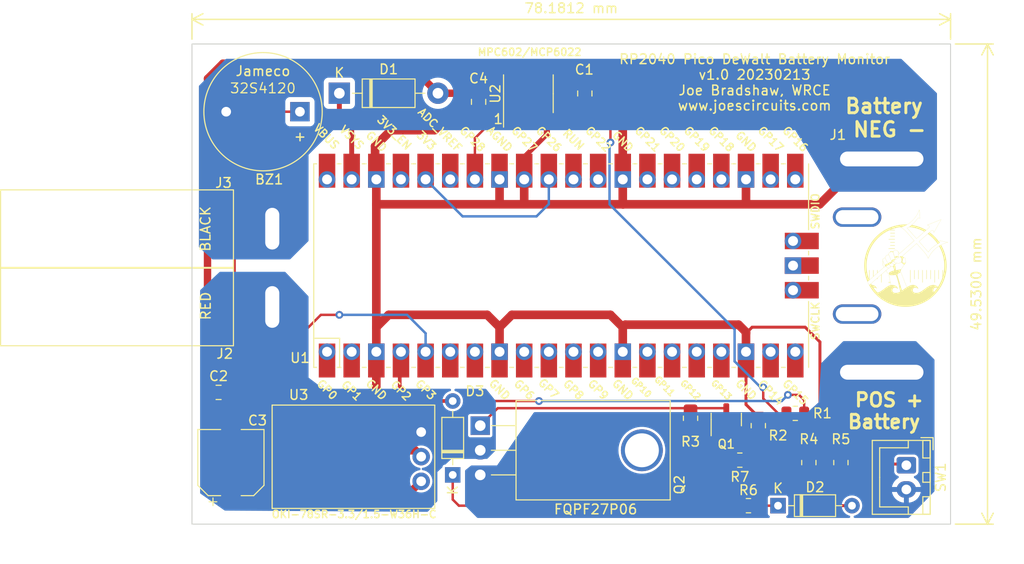
<source format=kicad_pcb>
(kicad_pcb (version 20211014) (generator pcbnew)
  (title_block (title "WRCE RP2040 Pico DeWalt Battery Monitor") (date "2022-11-01") (rev "1.0") (company "USNA") (comment 1 "J Bradshaw"))
  (layers (0 "F.Cu" signal) (31 "B.Cu" signal) (34 "B.Paste" user) (35 "F.Paste" user) (36 "B.SilkS" user "B.Silkscreen") (37 "F.SilkS" user "F.Silkscreen") (38 "B.Mask" user) (39 "F.Mask" user) (44 "Edge.Cuts" user))
  (net 0 "")
  (net 29 "Earth")
  (net 30 "Net-(C1-Pad1)")
  (net 31 "Net-(D1-Pad1)")
  (net 32 "+3.3V")
  (net 33 "Net-(D2-Pad1)")
  (net 34 "Net-(Q1-Pad3)")
  (net 35 "+24V")
  (net 36 "GPIO2")
  (net 37 "Net-(D2-Pad2)")
  (net 41 "Net-(U1-Pad31)")
  (net 42 "Net-(BZ1-Pad1)")
  (net 43 "Net-(R4-Pad1)")
  (net 44 "VMON")
  (net 45 "Net-(D3-Pad1)")
  (net 46 "VS")
  (footprint "Package_TO_SOT_SMD:SOT-23" (layer "F.Cu") (at 160.274 108.585 90)
    (fp_text reference "Q1" (at -2.54 0 180) (layer "F.SilkS") (effects (font (size 0.889 0.889))))
    (fp_text value "2N3904")
    (pad "1" smd roundrect (at -0.9375 -0.95 90) (size 1.475 0.6) (layers "F.Cu" "F.Paste" "F.Mask") (net 33 "Net-(D2-Pad1)"))
    (pad "2" smd roundrect (at -0.9375 0.95 90) (size 1.475 0.6) (layers "F.Cu" "F.Paste" "F.Mask") (net 29 "Earth"))
    (pad "3" smd roundrect (at 0.9375 0 90) (size 1.475 0.6) (layers "F.Cu" "F.Paste" "F.Mask") (net 34 "Net-(Q1-Pad3)"))
  )
  (footprint "JoesPartFootprints:PowerPole_PCBmount_RA" (layer "F.Cu") (at 113.481 96.9772)
    (fp_text reference "J2" (at -4.896 4.826 unlocked) (layer "F.SilkS"))
    (fp_text value "Conn_01x01")
    (pad "1" thru_hole oval (at 0 0) (size 2.5 5.5) (drill oval 1.45 4.3) (layers *.Cu *.Mask) (net 35 "+24V"))
  )
  (footprint "Resistor_SMD:R_0805_2012Metric" (layer "F.Cu") (at 163.576 109.22 90)
    (fp_text reference "R2" (at -1.016 2.032 180) (layer "F.SilkS"))
    (fp_text value "1M")
    (pad "1" smd roundrect (at -0.9125 0 90) (size 1.025 1.4) (layers "F.Cu" "F.Paste" "F.Mask") (roundrect_rratio 0.243902439) (net 30 "Net-(C1-Pad1)"))
    (pad "2" smd roundrect (at 0.9125 0 90) (size 1.025 1.4) (layers "F.Cu" "F.Paste" "F.Mask") (roundrect_rratio 0.243902439) (net 29 "Earth"))
  )
  (footprint "Diode_THT:D_DO-35_SOD27_P7.62mm_Horizontal" (layer "F.Cu") (at 165.608 117.475)
    (fp_text reference "D2" (at 3.81 -1.905) (layer "F.SilkS"))
    (fp_text value "1N4148")
    (fp_text user "K" (at 0 -1.8) (layer "F.SilkS"))
    (pad "1" thru_hole rect (at 0 0) (size 1.6 1.6) (drill 0.8) (layers *.Cu *.Mask) (net 33 "Net-(D2-Pad1)"))
    (pad "2" thru_hole oval (at 7.62 0) (size 1.6 1.6) (drill 0.8) (layers *.Cu *.Mask) (net 37 "Net-(D2-Pad2)"))
  )
  (footprint "JoesPartFootprints:WRCE_Logo" (layer "F.Cu") (at 178.816 91.948)
    (fp_text reference "REF**" hide)
    (fp_text value "WRCE_Logo")
  )
  (footprint "Capacitor_SMD:C_0805_2012Metric" (layer "F.Cu") (at 134.747 75.819 -90)
    (fp_text reference "C4" (at -2.413 0 180) (layer "F.SilkS"))
    (fp_text value ".1uF")
    (pad "1" smd roundrect (at -0.95 0 270) (size 1 1.45) (layers "F.Cu" "F.Paste" "F.Mask") (net 32 "+3.3V"))
    (pad "2" smd roundrect (at 0.95 0 270) (size 1 1.45) (layers "F.Cu" "F.Paste" "F.Mask") (net 29 "Earth"))
  )
  (footprint "Resistor_SMD:R_0805_2012Metric" (layer "F.Cu") (at 162.56 117.475 180)
    (fp_text reference "R6" (at 0 1.6002) (layer "F.SilkS"))
    (fp_text value "220")
    (pad "1" smd roundrect (at -0.9125 0 180) (size 1.025 1.4) (layers "F.Cu" "F.Paste" "F.Mask") (roundrect_rratio 0.243902439) (net 33 "Net-(D2-Pad1)"))
    (pad "2" smd roundrect (at 0.9125 0 180) (size 1.025 1.4) (layers "F.Cu" "F.Paste" "F.Mask") (roundrect_rratio 0.243902439) (net 45 "Net-(D3-Pad1)"))
  )
  (footprint "Capacitor_SMD:CP_Elec_6.3x5.4_Nichicon" (layer "F.Cu") (at 109.22 113.03 90)
    (fp_text reference "C3" (at 4.3434 2.7432 180) (layer "F.SilkS"))
    (fp_text value "47uF")
    (pad "1" smd roundrect (at -2.7 0 90) (size 3.5 1.6) (layers "F.Cu" "F.Paste" "F.Mask") (roundrect_rratio 0.15625) (net 32 "+3.3V"))
    (pad "2" smd roundrect (at 2.7 0 90) (size 3.5 1.6) (layers "F.Cu" "F.Paste" "F.Mask") (roundrect_rratio 0.15625) (net 29 "Earth"))
  )
  (footprint "Package_SO:SOIC-8_3.9x4.9mm_P1.27mm" (layer "F.Cu") (at 139.8778 74.9808 90)
    (fp_text reference "U2" (at 0 -3.4 90) (layer "F.SilkS"))
    (fp_text value "MCP6022")
    (pad "1" smd roundrect (at -2.475 -1.905 90) (size 1.95 0.6) (layers "F.Cu" "F.Paste" "F.Mask") (net 44 "VMON"))
    (pad "2" smd roundrect (at -2.475 -0.635 90) (size 1.95 0.6) (layers "F.Cu" "F.Paste" "F.Mask") (net 44 "VMON"))
    (pad "3" smd roundrect (at -2.475 0.635 90) (size 1.95 0.6) (layers "F.Cu" "F.Paste" "F.Mask") (net 30 "Net-(C1-Pad1)"))
    (pad "4" smd roundrect (at -2.475 1.905 90) (size 1.95 0.6) (layers "F.Cu" "F.Paste" "F.Mask") (net 29 "Earth"))
    (pad "5" smd roundrect (at 2.475 1.905 90) (size 1.95 0.6) (layers "F.Cu" "F.Paste" "F.Mask") (net 29 "Earth"))
    (pad "6" smd roundrect (at 2.475 0.635 90) (size 1.95 0.6) (layers "F.Cu" "F.Paste" "F.Mask") (net 29 "Earth"))
    (pad "7" smd roundrect (at 2.475 -0.635 90) (size 1.95 0.6) (layers "F.Cu" "F.Paste" "F.Mask"))
    (pad "8" smd roundrect (at 2.475 -1.905 90) (size 1.95 0.6) (layers "F.Cu" "F.Paste" "F.Mask") (net 32 "+3.3V"))
  )
  (footprint "Resistor_SMD:R_0805_2012Metric" (layer "F.Cu") (at 161.671 112.776)
    (fp_text reference "R7" (at 0 1.7272) (layer "F.SilkS"))
    (fp_text value "100K")
    (pad "1" smd roundrect (at -0.9125 0) (size 1.025 1.4) (layers "F.Cu" "F.Paste" "F.Mask") (roundrect_rratio 0.243902439) (net 33 "Net-(D2-Pad1)"))
    (pad "2" smd roundrect (at 0.9125 0) (size 1.025 1.4) (layers "F.Cu" "F.Paste" "F.Mask") (roundrect_rratio 0.243902439) (net 29 "Earth"))
  )
  (footprint "Resistor_SMD:R_0805_2012Metric" (layer "F.Cu") (at 156.591 108.458 90)
    (fp_text reference "R3" (at -2.413 0 180) (layer "F.SilkS"))
    (fp_text value "100K")
    (pad "1" smd roundrect (at -0.9125 0 90) (size 1.025 1.4) (layers "F.Cu" "F.Paste" "F.Mask") (roundrect_rratio 0.243902439) (net 46 "VS"))
    (pad "2" smd roundrect (at 0.9125 0 90) (size 1.025 1.4) (layers "F.Cu" "F.Paste" "F.Mask") (roundrect_rratio 0.243902439) (net 34 "Net-(Q1-Pad3)"))
  )
  (footprint "Resistor_SMD:R_0805_2012Metric" (layer "F.Cu") (at 168.783 113.03 -90)
    (fp_text reference "R4" (at -2.413 0 180) (layer "F.SilkS"))
    (fp_text value "10K")
    (pad "1" smd roundrect (at -0.9125 0 270) (size 1.025 1.4) (layers "F.Cu" "F.Paste" "F.Mask") (roundrect_rratio 0.243902439) (net 43 "Net-(R4-Pad1)"))
    (pad "2" smd roundrect (at 0.9125 0 270) (size 1.025 1.4) (layers "F.Cu" "F.Paste" "F.Mask") (roundrect_rratio 0.243902439) (net 37 "Net-(D2-Pad2)"))
  )
  (footprint "JoesPartFootprints:PowerPole_PCBmount_RA" (layer "F.Cu") (at 113.481 88.9)
    (fp_text reference "J3" (at -5.023 -4.7244 unlocked) (layer "F.SilkS"))
    (fp_text value "Conn_01x01")
    (pad "1" thru_hole oval (at 0 0) (size 2.5 5.5) (drill oval 1.45 4.3) (layers *.Cu *.Mask) (net 29 "Earth"))
  )
  (footprint "Diode_THT:D_DO-41_SOD81_P10.16mm_Horizontal" (layer "F.Cu") (at 120.396 74.93)
    (fp_text reference "D1" (at 5.08 -2.47) (layer "F.SilkS"))
    (fp_text value "1N4001")
    (fp_text user "K" (at 0 -2.1) (layer "F.SilkS"))
    (pad "1" thru_hole rect (at 0 0) (size 2.2 2.2) (drill 1.1) (layers *.Cu *.Mask) (net 31 "Net-(D1-Pad1)"))
    (pad "2" thru_hole oval (at 10.16 0) (size 2.2 2.2) (drill 1.1) (layers *.Cu *.Mask) (net 32 "+3.3V"))
  )
  (footprint "JoesPartFootprints:DeWalt_battery_20V_Footprint" (layer "F.Cu") (at 176.296 103.71 180)
    (fp_text reference "J1" (at 4.521 24.485 unlocked) (layer "F.SilkS"))
    (fp_text value "Conn_01x04_Male")
    (pad "1" thru_hole oval (at 0 0 180) (size 10 3) (drill oval 8.6 1.53) (layers *.Cu *.Mask) (net 46 "VS"))
    (pad "2" thru_hole oval (at 2.54 6 180) (size 5 2) (drill oval 4.4 1.45) (layers *.Cu *.Mask))
    (pad "3" thru_hole oval (at 2.54 16 180) (size 5 2) (drill oval 4.4 1.45) (layers *.Cu *.Mask))
    (pad "4" thru_hole oval (at 0 22 180) (size 10 3) (drill oval 8.6 1.53) (layers *.Cu *.Mask) (net 29 "Earth"))
  )
  (footprint "Resistor_SMD:R_0805_2012Metric" (layer "F.Cu") (at 172.085 113.03 90)
    (fp_text reference "R5" (at 2.413 0 180) (layer "F.SilkS"))
    (fp_text value "220K")
    (pad "1" smd roundrect (at -0.9125 0 90) (size 1.025 1.4) (layers "F.Cu" "F.Paste" "F.Mask") (roundrect_rratio 0.243902439) (net 43 "Net-(R4-Pad1)"))
    (pad "2" smd roundrect (at 0.9125 0 90) (size 1.025 1.4) (layers "F.Cu" "F.Paste" "F.Mask") (roundrect_rratio 0.243902439) (net 29 "Earth"))
  )
  (footprint "MCU_RaspberryPi_and_Boards:RPi_Pico_SMD_TH" (layer "F.Cu") (at 143.256 92.71 90)
    (fp_text reference "U1" (at -9.525 -26.924 180) (layer "F.SilkS"))
    (fp_text value "Pico")
    (fp_text user "GP27" (at 13.054 -3.8 135) (layer "F.SilkS") (effects (font (size 0.8 0.8))))
    (fp_text user "VSYS" (at 13.2 -21.59 135) (layer "F.SilkS") (effects (font (size 0.8 0.8))))
    (fp_text user "GND" (at 12.8 6.35 135) (layer "F.SilkS") (effects (font (size 0.8 0.8))))
    (fp_text user "GND" (at -12.8 19.05 135) (layer "F.SilkS") (effects (font (size 0.8 0.8))))
    (fp_text user "GND" (at -12.8 -19.05 135) (layer "F.SilkS") (effects (font (size 0.8 0.8))))
    (fp_text user "3V3" (at 12.9 -13.9 135) (layer "F.SilkS") (effects (font (size 0.8 0.8))))
    (fp_text user "GP18" (at 13.054 16.51 135) (layer "F.SilkS") (effects (font (size 0.8 0.8))))
    (fp_text user "GP1" (at -12.9 -21.6 135) (layer "F.SilkS") (effects (font (size 0.8 0.8))))
    (fp_text user "GP15" (at -13.054 24.13 135) (layer "F.SilkS") (effects (font (size 0.8 0.8))))
    (fp_text user "VBUS" (at 13.3 -24.2 135) (layer "F.SilkS") (effects (font (size 0.8 0.8))))
    (fp_text user "GP17" (at 13.054 21.59 135) (layer "F.SilkS") (effects (font (size 0.8 0.8))))
    (fp_text user "GND" (at -12.8 6.35 135) (layer "F.SilkS") (effects (font (size 0.8 0.8))))
    (fp_text user "GP21" (at 13.054 8.9 135) (layer "F.SilkS") (effects (font (size 0.8 0.8))))
    (fp_text user "GP16" (at 13.054 24.13 135) (layer "F.SilkS") (effects (font (size 0.8 0.8))))
    (fp_text user "RUN" (at 13 1.27 135) (layer "F.SilkS") (effects (font (size 0.8 0.8))))
    (fp_text user "GP11" (at -12.446 10.668 135) (layer "F.SilkS") (effects (font (size 0.635 0.635))))
    (fp_text user "GP0" (at -12.8 -24.13 135) (layer "F.SilkS") (effects (font (size 0.8 0.8))))
    (fp_text user "GP9" (at -12.8 3.81 135) (layer "F.SilkS") (effects (font (size 0.8 0.8))))
    (fp_text user "GP10" (at -12.573 8.255 135) (layer "F.SilkS") (effects (font (size 0.635 0.635))))
    (fp_text user "GP19" (at 13.054 13.97 135) (layer "F.SilkS") (effects (font (size 0.8 0.8))))
    (fp_text user "3V3_EN" (at 13.7 -17.2 135) (layer "F.SilkS") (effects (font (size 0.8 0.8))))
    (fp_text user "SWCLK" (at -5.7 26.2 90) (layer "F.SilkS") (effects (font (size 0.8 0.8))))
    (fp_text user "GP14" (at -13.1 21.59 135) (layer "F.SilkS") (effects (font (size 0.8 0.8))))
    (fp_text user "ADC_VREF" (at 14 -12.5 135) (layer "F.SilkS") (effects (font (size 0.8 0.8))))
    (fp_text user "GP26" (at 13.054 -1.27 135) (layer "F.SilkS") (effects (font (size 0.8 0.8))))
    (fp_text user "GP3" (at -12.8 -13.97 135) (layer "F.SilkS") (effects (font (size 0.8 0.8))))
    (fp_text user "GND" (at -12.8 -6.35 135) (layer "F.SilkS") (effects (font (size 0.8 0.8))))
    (fp_text user "GP8" (at -12.8 1.27 135) (layer "F.SilkS") (effects (font (size 0.8 0.8))))
    (fp_text user "GP2" (at -12.9 -16.51 135) (layer "F.SilkS") (effects (font (size 0.8 0.8))))
    (fp_text user "GP12" (at -12.827 13.335 135) (layer "F.SilkS") (effects (font (size 0.635 0.635))))
    (fp_text user "GP6" (at -12.8 -3.81 135) (layer "F.SilkS") (effects (font (size 0.8 0.8))))
    (fp_text user "GP22" (at 13.054 3.81 135) (layer "F.SilkS") (effects (font (size 0.8 0.8))))
    (fp_text user "SWDIO" (at 5.6 26.2 90) (layer "F.SilkS") (effects (font (size 0.8 0.8))))
    (fp_text user "GND" (at 12.8 19.05 135) (layer "F.SilkS") (effects (font (size 0.8 0.8))))
    (fp_text user "AGND" (at 13.054 -6.35 135) (layer "F.SilkS") (effects (font (size 0.8 0.8))))
    (fp_text user "GP7" (at -12.7 -1.3 135) (layer "F.SilkS") (effects (font (size 0.8 0.8))))
    (fp_text user "GP20" (at 13.054 11.43 135) (layer "F.SilkS") (effects (font (size 0.8 0.8))))
    (fp_text user "GP28" (at 13.054 -9.144 135) (layer "F.SilkS") (effects (font (size 0.8 0.8))))
    (fp_text user "GP13" (at -12.827 16.51 135) (layer "F.SilkS") (effects (font (size 0.635 0.635))))
    (fp_text user "GND" (at 12.8 -19.05 135) (layer "F.SilkS") (effects (font (size 0.8 0.8))))
    (pad "" np_thru_hole oval (at -2.725 -24 90) (size 1.8 1.8) (drill 1.8) (layers *.Cu *.Mask))
    (pad "" np_thru_hole oval (at -2.425 -20.97 90) (size 1.5 1.5) (drill 1.5) (layers *.Cu *.Mask))
    (pad "" np_thru_hole oval (at 2.725 -24 90) (size 1.8 1.8) (drill 1.8) (layers *.Cu *.Mask))
    (pad "" np_thru_hole oval (at 2.425 -20.97 90) (size 1.5 1.5) (drill 1.5) (layers *.Cu *.Mask))
    (pad "1" smd rect (at -8.89 -24.13 90) (size 3.5 1.7) (drill (offset -0.9 0)) (layers "F.Cu" "F.Mask"))
    (pad "1" thru_hole oval (at -8.89 -24.13 90) (size 1.7 1.7) (drill 1.02) (layers *.Cu *.Mask))
    (pad "2" thru_hole oval (at -8.89 -21.59 90) (size 1.7 1.7) (drill 1.02) (layers *.Cu *.Mask))
    (pad "2" smd rect (at -8.89 -21.59 90) (size 3.5 1.7) (drill (offset -0.9 0)) (layers "F.Cu" "F.Mask"))
    (pad "3" thru_hole rect (at -8.89 -19.05 90) (size 1.7 1.7) (drill 1.02) (layers *.Cu *.Mask) (net 29 "Earth"))
    (pad "3" smd rect (at -8.89 -19.05 90) (size 3.5 1.7) (drill (offset -0.9 0)) (layers "F.Cu" "F.Mask") (net 29 "Earth"))
    (pad "4" smd rect (at -8.89 -16.51 90) (size 3.5 1.7) (drill (offset -0.9 0)) (layers "F.Cu" "F.Mask") (net 36 "GPIO2"))
    (pad "4" thru_hole oval (at -8.89 -16.51 90) (size 1.7 1.7) (drill 1.02) (layers *.Cu *.Mask) (net 36 "GPIO2"))
    (pad "5" smd rect (at -8.89 -13.97 90) (size 3.5 1.7) (drill (offset -0.9 0)) (layers "F.Cu" "F.Mask") (net 42 "Net-(BZ1-Pad1)"))
    (pad "5" thru_hole oval (at -8.89 -13.97 90) (size 1.7 1.7) (drill 1.02) (layers *.Cu *.Mask) (net 42 "Net-(BZ1-Pad1)"))
    (pad "6" thru_hole oval (at -8.89 -11.43 90) (size 1.7 1.7) (drill 1.02) (layers *.Cu *.Mask))
    (pad "6" smd rect (at -8.89 -11.43 90) (size 3.5 1.7) (drill (offset -0.9 0)) (layers "F.Cu" "F.Mask"))
    (pad "7" thru_hole oval (at -8.89 -8.89 90) (size 1.7 1.7) (drill 1.02) (layers *.Cu *.Mask))
    (pad "7" smd rect (at -8.89 -8.89 90) (size 3.5 1.7) (drill (offset -0.9 0)) (layers "F.Cu" "F.Mask"))
    (pad "8" smd rect (at -8.89 -6.35 90) (size 3.5 1.7) (drill (offset -0.9 0)) (layers "F.Cu" "F.Mask") (net 29 "Earth"))
    (pad "8" thru_hole rect (at -8.89 -6.35 90) (size 1.7 1.7) (drill 1.02) (layers *.Cu *.Mask) (net 29 "Earth"))
    (pad "9" thru_hole oval (at -8.89 -3.81 90) (size 1.7 1.7) (drill 1.02) (layers *.Cu *.Mask))
    (pad "9" smd rect (at -8.89 -3.81 90) (size 3.5 1.7) (drill (offset -0.9 0)) (layers "F.Cu" "F.Mask"))
    (pad "10" smd rect (at -8.89 -1.27 90) (size 3.5 1.7) (drill (offset -0.9 0)) (layers "F.Cu" "F.Mask"))
    (pad "10" thru_hole oval (at -8.89 -1.27 90) (size 1.7 1.7) (drill 1.02) (layers *.Cu *.Mask))
    (pad "11" smd rect (at -8.89 1.27 90) (size 3.5 1.7) (drill (offset -0.9 0)) (layers "F.Cu" "F.Mask"))
    (pad "11" thru_hole oval (at -8.89 1.27 90) (size 1.7 1.7) (drill 1.02) (layers *.Cu *.Mask))
    (pad "12" thru_hole oval (at -8.89 3.81 90) (size 1.7 1.7) (drill 1.02) (layers *.Cu *.Mask))
    (pad "12" smd rect (at -8.89 3.81 90) (size 3.5 1.7) (drill (offset -0.9 0)) (layers "F.Cu" "F.Mask"))
    (pad "13" thru_hole rect (at -8.89 6.35 90) (size 1.7 1.7) (drill 1.02) (layers *.Cu *.Mask) (net 29 "Earth"))
    (pad "13" smd rect (at -8.89 6.35 90) (size 3.5 1.7) (drill (offset -0.9 0)) (layers "F.Cu" "F.Mask") (net 29 "Earth"))
    (pad "14" smd rect (at -8.89 8.89 90) (size 3.5 1.7) (drill (offset -0.9 0)) (layers "F.Cu" "F.Mask"))
    (pad "14" thru_hole oval (at -8.89 8.89 90) (size 1.7 1.7) (drill 1.02) (layers *.Cu *.Mask))
    (pad "15" smd rect (at -8.89 11.43 90) (size 3.5 1.7) (drill (offset -0.9 0)) (layers "F.Cu" "F.Mask"))
    (pad "15" thru_hole oval (at -8.89 11.43 90) (size 1.7 1.7) (drill 1.02) (layers *.Cu *.Mask))
    (pad "16" thru_hole oval (at -8.89 13.97 90) (size 1.7 1.7) (drill 1.02) (layers *.Cu *.Mask))
    (pad "16" smd rect (at -8.89 13.97 90) (size 3.5 1.7) (drill (offset -0.9 0)) (layers "F.Cu" "F.Mask"))
    (pad "17" smd rect (at -8.89 16.51 90) (size 3.5 1.7) (drill (offset -0.9 0)) (layers "F.Cu" "F.Mask"))
    (pad "17" thru_hole oval (at -8.89 16.51 90) (size 1.7 1.7) (drill 1.02) (layers *.Cu *.Mask))
    (pad "18" smd rect (at -8.89 19.05 90) (size 3.5 1.7) (drill (offset -0.9 0)) (layers "F.Cu" "F.Mask") (net 29 "Earth"))
    (pad "18" thru_hole rect (at -8.89 19.05 90) (size 1.7 1.7) (drill 1.02) (layers *.Cu *.Mask) (net 29 "Earth"))
    (pad "19" smd rect (at -8.89 21.59 90) (size 3.5 1.7) (drill (offset -0.9 0)) (layers "F.Cu" "F.Mask"))
    (pad "19" thru_hole oval (at -8.89 21.59 90) (size 1.7 1.7) (drill 1.02) (layers *.Cu *.Mask))
    (pad "20" smd rect (at -8.89 24.13 90) (size 3.5 1.7) (drill (offset -0.9 0)) (layers "F.Cu" "F.Mask"))
    (pad "20" thru_hole oval (at -8.89 24.13 90) (size 1.7 1.7) (drill 1.02) (layers *.Cu *.Mask))
    (pad "21" smd rect (at 8.89 24.13 90) (size 3.5 1.7) (drill (offset 0.9 0)) (layers "F.Cu" "F.Mask"))
    (pad "21" thru_hole oval (at 8.89 24.13 90) (size 1.7 1.7) (drill 1.02) (layers *.Cu *.Mask))
    (pad "22" smd rect (at 8.89 21.59 90) (size 3.5 1.7) (drill (offset 0.9 0)) (layers "F.Cu" "F.Mask"))
    (pad "22" thru_hole oval (at 8.89 21.59 90) (size 1.7 1.7) (drill 1.02) (layers *.Cu *.Mask))
    (pad "23" smd rect (at 8.89 19.05 90) (size 3.5 1.7) (drill (offset 0.9 0)) (layers "F.Cu" "F.Mask") (net 29 "Earth"))
    (pad "23" thru_hole rect (at 8.89 19.05 90) (size 1.7 1.7) (drill 1.02) (layers *.Cu *.Mask) (net 29 "Earth"))
    (pad "24" smd rect (at 8.89 16.51 90) (size 3.5 1.7) (drill (offset 0.9 0)) (layers "F.Cu" "F.Mask"))
    (pad "24" thru_hole oval (at 8.89 16.51 90) (size 1.7 1.7) (drill 1.02) (layers *.Cu *.Mask))
    (pad "25" smd rect (at 8.89 13.97 90) (size 3.5 1.7) (drill (offset 0.9 0)) (layers "F.Cu" "F.Mask"))
    (pad "25" thru_hole oval (at 8.89 13.97 90) (size 1.7 1.7) (drill 1.02) (layers *.Cu *.Mask))
    (pad "26" smd rect (at 8.89 11.43 90) (size 3.5 1.7) (drill (offset 0.9 0)) (layers "F.Cu" "F.Mask"))
    (pad "26" thru_hole oval (at 8.89 11.43 90) (size 1.7 1.7) (drill 1.02) (layers *.Cu *.Mask))
    (pad "27" smd rect (at 8.89 8.89 90) (size 3.5 1.7) (drill (offset 0.9 0)) (layers "F.Cu" "F.Mask"))
    (pad "27" thru_hole oval (at 8.89 8.89 90) (size 1.7 1.7) (drill 1.02) (layers *.Cu *.Mask))
    (pad "28" thru_hole rect (at 8.89 6.35 90) (size 1.7 1.7) (drill 1.02) (layers *.Cu *.Mask) (net 29 "Earth"))
    (pad "28" smd rect (at 8.89 6.35 90) (size 3.5 1.7) (drill (offset 0.9 0)) (layers "F.Cu" "F.Mask") (net 29 "Earth"))
    (pad "29" thru_hole oval (at 8.89 3.81 90) (size 1.7 1.7) (drill 1.02) (layers *.Cu *.Mask))
    (pad "29" smd rect (at 8.89 3.81 90) (size 3.5 1.7) (drill (offset 0.9 0)) (layers "F.Cu" "F.Mask"))
    (pad "30" thru_hole oval (at 8.89 1.27 90) (size 1.7 1.7) (drill 1.02) (layers *.Cu *.Mask))
    (pad "30" smd rect (at 8.89 1.27 90) (size 3.5 1.7) (drill (offset 0.9 0)) (layers "F.Cu" "F.Mask"))
    (pad "31" thru_hole oval (at 8.89 -1.27 90) (size 1.7 1.7) (drill 1.02) (layers *.Cu *.Mask) (net 41 "Net-(U1-Pad31)"))
    (pad "31" smd rect (at 8.89 -1.27 90) (size 3.5 1.7) (drill (offset 0.9 0)) (layers "F.Cu" "F.Mask") (net 41 "Net-(U1-Pad31)"))
    (pad "32" thru_hole oval (at 8.89 -3.81 90) (size 1.7 1.7) (drill 1.02) (layers *.Cu *.Mask) (net 29 "Earth"))
    (pad "32" smd rect (at 8.89 -3.81 90) (size 3.5 1.7) (drill (offset 0.9 0)) (layers "F.Cu" "F.Mask") (net 29 "Earth"))
    (pad "33" smd rect (at 8.89 -6.35 90) (size 3.5 1.7) (drill (offset 0.9 0)) (layers "F.Cu" "F.Mask") (net 29 "Earth"))
    (pad "33" thru_hole rect (at 8.89 -6.35 90) (size 1.7 1.7) (drill 1.02) (layers *.Cu *.Mask) (net 29 "Earth"))
    (pad "34" thru_hole oval (at 8.89 -8.89 90) (size 1.7 1.7) (drill 1.02) (layers *.Cu *.Mask) (net 44 "VMON"))
    (pad "34" smd rect (at 8.89 -8.89 90) (size 3.5 1.7) (drill (offset 0.9 0)) (layers "F.Cu" "F.Mask") (net 44 "VMON"))
    (pad "35" smd rect (at 8.89 -11.43 90) (size 3.5 1.7) (drill (offset 0.9 0)) (layers "F.Cu" "F.Mask"))
    (pad "35" thru_hole oval (at 8.89 -11.43 90) (size 1.7 1.7) (drill 1.02) (layers *.Cu *.Mask))
    (pad "36" thru_hole oval (at 8.89 -13.97 90) (size 1.7 1.7) (drill 1.02) (layers *.Cu *.Mask) (net 41 "Net-(U1-Pad31)"))
    (pad "36" smd rect (at 8.89 -13.97 90) (size 3.5 1.7) (drill (offset 0.9 0)) (layers "F.Cu" "F.Mask") (net 41 "Net-(U1-Pad31)"))
    (pad "37" thru_hole oval (at 8.89 -16.51 90) (size 1.7 1.7) (drill 1.02) (layers *.Cu *.Mask))
    (pad "37" smd rect (at 8.89 -16.51 90) (size 3.5 1.7) (drill (offset 0.9 0)) (layers "F.Cu" "F.Mask"))
    (pad "38" smd rect (at 8.89 -19.05 90) (size 3.5 1.7) (drill (offset 0.9 0)) (layers "F.Cu" "F.Mask") (net 29 "Earth"))
    (pad "38" thru_hole rect (at 8.89 -19.05 90) (size 1.7 1.7) (drill 1.02) (layers *.Cu *.Mask) (net 29 "Earth"))
    (pad "39" smd rect (at 8.89 -21.59 90) (size 3.5 1.7) (drill (offset 0.9 0)) (layers "F.Cu" "F.Mask") (net 31 "Net-(D1-Pad1)"))
    (pad "39" thru_hole oval (at 8.89 -21.59 90) (size 1.7 1.7) (drill 1.02) (layers *.Cu *.Mask) (net 31 "Net-(D1-Pad1)"))
    (pad "40" smd rect (at 8.89 -24.13 90) (size 3.5 1.7) (drill (offset 0.9 0)) (layers "F.Cu" "F.Mask"))
    (pad "40" thru_hole oval (at 8.89 -24.13 90) (size 1.7 1.7) (drill 1.02) (layers *.Cu *.Mask))
    (pad "41" smd rect (at -2.54 23.9 180) (size 3.5 1.7) (drill (offset -0.9 0)) (layers "F.Cu" "F.Mask"))
    (pad "41" thru_hole oval (at -2.54 23.9 90) (size 1.7 1.7) (drill 1.02) (layers *.Cu *.Mask))
    (pad "42" thru_hole rect (at 0 23.9 90) (size 1.7 1.7) (drill 1.02) (layers *.Cu *.Mask))
    (pad "42" smd rect (at 0 23.9 180) (size 3.5 1.7) (drill (offset -0.9 0)) (layers "F.Cu" "F.Mask"))
    (pad "43" thru_hole oval (at 2.54 23.9 90) (size 1.7 1.7) (drill 1.02) (layers *.Cu *.Mask))
    (pad "43" smd rect (at 2.54 23.9 180) (size 3.5 1.7) (drill (offset -0.9 0)) (layers "F.Cu" "F.Mask"))
  )
  (footprint "Resistor_SMD:R_0805_2012Metric" (layer "F.Cu") (at 167.386 107.95 180)
    (fp_text reference "R1" (at -2.794 0) (layer "F.SilkS"))
    (fp_text value "10M")
    (pad "1" smd roundrect (at -0.9125 0 180) (size 1.025 1.4) (layers "F.Cu" "F.Paste" "F.Mask") (roundrect_rratio 0.243902439) (net 35 "+24V"))
    (pad "2" smd roundrect (at 0.9125 0 180) (size 1.025 1.4) (layers "F.Cu" "F.Paste" "F.Mask") (roundrect_rratio 0.243902439) (net 30 "Net-(C1-Pad1)"))
  )
  (footprint "Package_TO_SOT_THT:TO-220-3_Horizontal_TabDown" (layer "F.Cu") (at 134.915 109.22 -90)
    (fp_text reference "Q2" (at 6.096 -20.533 -90) (layer "F.SilkS"))
    (fp_text value "FQP27P06")
    (pad "1" thru_hole rect (at 0 0 270) (size 1.905 2) (drill 1.1) (layers *.Cu *.Mask) (net 34 "Net-(Q1-Pad3)"))
    (pad "2" thru_hole oval (at 2.54 0 270) (size 1.905 2) (drill 1.1) (layers *.Cu *.Mask) (net 35 "+24V"))
    (pad "3" thru_hole oval (at 5.08 0 270) (size 1.905 2) (drill 1.1) (layers *.Cu *.Mask) (net 46 "VS"))
    (pad "4" thru_hole circle (at 2.54 -16.66 270) (size 4.318 4.318) (drill 3.5) (layers *.Cu *.Mask))
  )
  (footprint "Diode_THT:D_DO-35_SOD27_P7.62mm_Horizontal" (layer "F.Cu") (at 132.08 114.3 90)
    (fp_text reference "D3" (at 8.636 2.286 180) (layer "F.SilkS"))
    (fp_text value "1N4148")
    (fp_text user "K" (at -1.5748 0 90) (layer "F.SilkS"))
    (pad "1" thru_hole rect (at 0 0 90) (size 1.6 1.6) (drill 0.8) (layers *.Cu *.Mask) (net 45 "Net-(D3-Pad1)"))
    (pad "2" thru_hole oval (at 7.62 0 90) (size 1.6 1.6) (drill 0.8) (layers *.Cu *.Mask) (net 36 "GPIO2"))
  )
  (footprint "Buzzer_Beeper:Buzzer_12x9.5RM7.6" (layer "F.Cu") (at 116.332 76.835 180)
    (fp_text reference "BZ1" (at 3.165 -6.985) (layer "F.SilkS"))
    (fp_text value "Buzzer 32S4120")
    (fp_text user "+" (at -0.01 -2.54) (layer "F.SilkS"))
    (pad "1" thru_hole rect (at 0 0 180) (size 2 2) (drill 1) (layers *.Cu *.Mask) (net 42 "Net-(BZ1-Pad1)"))
    (pad "2" thru_hole circle (at 7.6 0 180) (size 2 2) (drill 1) (layers *.Cu *.Mask) (net 29 "Earth"))
  )
  (footprint "Converter_DCDC:Converter_DCDC_Murata_OKI-78SR_Horizontal" (layer "F.Cu") (at 128.8288 109.8804 -90)
    (fp_text reference "U3" (at -3.8354 12.6238 180) (layer "F.SilkS"))
    (fp_text value "OKI-78SR-3.3_1.5-W36H-C")
    (pad "1" thru_hole rect (at 0 0 90) (size 1.8 1.8) (drill 1) (layers *.Cu *.Mask) (net 35 "+24V"))
    (pad "2" thru_hole circle (at 2.54 0 90) (size 1.8 1.8) (drill 1) (layers *.Cu *.Mask) (net 29 "Earth"))
    (pad "3" thru_hole circle (at 5.08 0 90) (size 1.8 1.8) (drill 1) (layers *.Cu *.Mask) (net 32 "+3.3V"))
  )
  (footprint "Capacitor_SMD:C_0805_2012Metric_Pad1.18x1.45mm_HandSolder" (layer "F.Cu") (at 107.95 105.791)
    (fp_text reference "C2" (at 0 -1.68) (layer "F.SilkS"))
    (fp_text value ".1uF")
    (pad "1" smd roundrect (at -1.0375 0) (size 1.175 1.45) (layers "F.Cu" "F.Paste" "F.Mask") (roundrect_rratio 0.2127659574) (net 32 "+3.3V"))
    (pad "2" smd roundrect (at 1.0375 0) (size 1.175 1.45) (layers "F.Cu" "F.Paste" "F.Mask") (roundrect_rratio 0.2127659574) (net 29 "Earth"))
  )
  (footprint "Capacitor_SMD:C_0805_2012Metric" (layer "F.Cu") (at 145.6944 74.9554 -90)
    (fp_text reference "C1" (at -2.4638 0.0508 180) (layer "F.SilkS"))
    (fp_text value ".1uF")
    (pad "1" smd roundrect (at -0.95 0 270) (size 1 1.45) (layers "F.Cu" "F.Paste" "F.Mask") (net 30 "Net-(C1-Pad1)"))
    (pad "2" smd roundrect (at 0.95 0 270) (size 1 1.45) (layers "F.Cu" "F.Paste" "F.Mask") (net 29 "Earth"))
  )
  (footprint "Connector_JST:JST_XH_B2B-XH-A_1x02_P2.50mm_Vertical" (layer "F.Cu") (at 178.833 113.304 -90)
    (fp_text reference "SW1" (at 1.25 -3.55 90) (layer "F.SilkS"))
    (fp_text value "SW_SPST")
    (pad "1" thru_hole roundrect (at 0 0 270) (size 1.7 2) (drill 1) (layers *.Cu *.Mask) (roundrect_rratio 0.1470588235) (net 43 "Net-(R4-Pad1)"))
    (pad "2" thru_hole oval (at 2.5 0 270) (size 1.7 2) (drill 1) (layers *.Cu *.Mask) (net 46 "VS"))
  )
  (gr_rect (start 105.2068 69.85) (end 183.388 119.38) (layer "Edge.Cuts") (width 0.1) (fill none))
  (gr_text "RP2040 Pico DeWalt Battery Monitor\nv1.0 20230213\nJoe Bradshaw, WRCE" (at 163.195 73.025) (layer "F.SilkS") (effects (font (size 1 1))))
  (gr_text "Battery\n NEG -" (at 176.53 77.47) (layer "F.SilkS") (effects (font (size 1.5 1.5) (thickness 0.3))))
  (gr_text "Jameco" (at 112.522 72.644) (layer "F.SilkS") (effects (font (size 1 1))))
  (gr_text "FQPF27P06" (at 146.812 117.856) (layer "F.SilkS") (effects (font (size 1 1))))
  (gr_text " POS +\nBattery" (at 176.53 107.696) (layer "F.SilkS") (effects (font (size 1.397 1.397) (thickness 0.3))))
  (gr_text "BLACK" (at 106.6038 88.9254 90) (layer "F.SilkS") (effects (font (size 1 1))))
  (gr_text "RED" (at 106.6292 96.8756 90) (layer "F.SilkS") (effects (font (size 1 1))))
  (gr_text "MPC602/MCP6022" (at 140.0048 70.6882) (layer "F.SilkS") (effects (font (size 0.762 0.762))))
  (gr_text "1" (at 136.779 77.597) (layer "F.SilkS") (effects (font (size 1 1))))
  (gr_text "OKI-78SR-3.3/1.5-W36H-C" (at 121.92 118.364) (layer "F.SilkS") (effects (font (size 0.762 0.762))))
  (gr_text "32S4120" (at 112.522 74.422) (layer "F.SilkS") (effects (font (size 1.016 1.016) (thickness 0.127))))
  (gr_text "www.joescircuits.com" (at 163.195 76.2) (layer "F.SilkS") (effects (font (size 1 1))))
  (dimension (type aligned) (layer "F.SilkS") (pts (xy 183.388 69.85) (xy 183.388 119.38)) (height -3.81) (gr_text "1.9500 in" (at 186.048 94.615 90) (layer "F.SilkS") (effects (font (size 1 1) (thickness 0.15)))) (format (units 3) (units_format 1) (precision 4)) (style (thickness 0.15) (arrow_length 1.27) (text_position_mode 0) (extension_height 0.58642) (extension_offset 0.5) keep_text_aligned))
  (dimension (type aligned) (layer "F.SilkS") (pts (xy 183.388 69.85) (xy 105.2068 69.85)) (height 2.539999) (gr_text "3.0780 in" (at 144.2974 66.160001) (layer "F.SilkS") (effects (font (size 1 1) (thickness 0.15)))) (format (units 3) (units_format 1) (precision 4)) (style (thickness 0.15) (arrow_length 1.27) (text_position_mode 0) (extension_height 0.58642) (extension_offset 0.5) keep_text_aligned))
  (segment (start 169.926 100.584) (end 168.402 99.06) (width 0.3048) (layer "F.Cu") (net 29))
  (segment (start 161.544 98.806) (end 149.86 98.806) (width 0.889) (layer "F.Cu") (net 29))
  (segment (start 162.306 99.695) (end 162.306 99.568) (width 0.889) (layer "F.Cu") (net 29))
  (segment (start 124.079 83.693) (end 124.206 83.82) (width 0.889) (layer "F.Cu") (net 29))
  (segment (start 149.606 101.6) (end 149.606 99.06) (width 0.889) (layer "F.Cu") (net 29))
  (segment (start 130.216 78.74) (end 125.73 78.74) (width 0.889) (layer "F.Cu") (net 29))
  (segment (start 109.22 106.0235) (end 109.22 110.076) (width 0.635) (layer "F.Cu") (net 29))
  (segment (start 161.224 109.5225) (end 161.224 111.4165) (width 0.3048) (layer "F.Cu") (net 29))
  (segment (start 148.717 71.882) (end 149.606 72.771) (width 0.889) (layer "F.Cu") (net 29))
  (segment (start 132.187 76.769) (end 130.216 78.74) (width 0.889) (layer "F.Cu") (net 29))
  (segment (start 134.747 76.769) (end 132.187 76.769) (width 0.889) (layer "F.Cu") (net 29))
  (segment (start 162.306 83.82) (end 162.306 86.36) (width 0.889) (layer "F.Cu") (net 29))
  (segment (start 145.6944 75.9054) (end 144.144 77.4558) (width 0.635) (layer "F.Cu") (net 29))
  (segment (start 174.576 81.71) (end 176.296 81.71) (width 0.889) (layer "F.Cu") (net 29))
  (segment (start 124.079 80.391) (end 124.079 83.693) (width 0.889) (layer "F.Cu") (net 29))
  (segment (start 141.7828 72.5058) (end 143.7752 72.5058) (width 0.889) (layer "F.Cu") (net 29))
  (segment (start 144.144 77.4558) (end 141.7828 77.4558) (width 0.635) (layer "F.Cu") (net 29))
  (segment (start 124.206 101.6) (end 124.206 99.06) (width 0.889) (layer "F.Cu") (net 29))
  (segment (start 124.206 99.06) (end 125.476 97.79) (width 0.889) (layer "F.Cu") (net 29))
  (segment (start 110.64 111.75) (end 124.2468 111.75) (width 0.889) (layer "F.Cu") (net 29))
  (segment (start 143.7752 72.5058) (end 144.399 71.882) (width 0.889) (layer "F.Cu") (net 29))
  (segment (start 169.926 107.7995) (end 169.926 100.584) (width 0.3048) (layer "F.Cu") (net 29))
  (segment (start 149.631 86.385) (end 169.901 86.385) (width 0.889) (layer "F.Cu") (net 29))
  (segment (start 162.361 109.5225) (end 163.576 108.3075) (width 0.3048) (layer "F.Cu") (net 29))
  (segment (start 149.606 72.771) (end 149.606 83.82) (width 0.889) (layer "F.Cu") (net 29))
  (segment (start 149.606 86.36) (end 149.631 86.385) (width 0.889) (layer "F.Cu") (net 29))
  (segment (start 124.206 83.82) (end 124.206 86.36) (width 0.889) (layer "F.Cu") (net 29))
  (segment (start 128.1584 111.75) (end 128.8288 112.4204) (width 0.889) (layer "F.Cu") (net 29))
  (segment (start 136.906 83.82) (end 136.906 86.36) (width 0.889) (layer "F.Cu") (net 29))
  (segment (start 172.085 112.1175) (end 172.085 109.9585) (width 0.3048) (layer "F.Cu") (net 29))
  (segment (start 135.636 97.79) (end 136.906 99.06) (width 0.889) (layer "F.Cu") (net 29))
  (segment (start 139.446 81.5086) (end 141.7828 79.1718) (width 0.508) (layer "F.Cu") (net 29))
  (segment (start 108.9875 105.791) (end 109.22 106.0235) (width 0.635) (layer "F.Cu") (net 29))
  (segment (start 163.576 108.3075) (end 162.306 107.0375) (width 0.3048) (layer "F.Cu") (net 29))
  (segment (start 125.73 78.74) (end 124.079 80.391) (width 0.889) (layer "F.Cu") (net 29))
  (segment (start 138.176 97.79) (end 136.906 99.06) (width 0.889) (layer "F.Cu") (net 29))
  (segment (start 161.224 111.4165) (end 162.5835 112.776) (width 0.3048) (layer "F.Cu") (net 29))
  (segment (start 124.206 86.385) (end 149.631 86.385) (width 0.889) (layer "F.Cu") (net 29))
  (segment (start 125.476 97.79) (end 135.636 97.79) (width 0.889) (layer "F.Cu") (net 29))
  (segment (start 149.606 99.06) (end 148.336 97.79) (width 0.889) (layer "F.Cu") (net 29))
  (segment (start 169.901 86.385) (end 174.576 81.71) (width 0.889) (layer "F.Cu") (net 29))
  (segment (start 168.402 99.06) (end 162.941 99.06) (width 0.3048) (layer "F.Cu") (net 29))
  (segment (start 124.206 101.6) (end 124.206 111.7092) (width 0.889) (layer "F.Cu") (net 29))
  (segment (start 124.206 111.7092) (end 124.2468 111.75) (width 0.889) (layer "F.Cu") (net 29))
  (segment (start 144.399 71.882) (end 148.717 71.882) (width 0.889) (layer "F.Cu") (net 29))
  (segment (start 124.206 86.36) (end 124.206 99.06) (width 0.889) (layer "F.Cu") (net 29))
  (segment (start 141.7828 79.1718) (end 141.7828 77.4558) (width 0.635) (layer "F.Cu") (net 29))
  (segment (start 109.22 110.33) (end 110.64 111.75) (width 0.889) (layer "F.Cu") (net 29))
  (segment (start 172.085 109.9585) (end 169.926 107.7995) (width 0.3048) (layer "F.Cu") (net 29))
  (segment (start 140.5128 72.5058) (end 141.7828 72.5058) (width 0.508) (layer "F.Cu") (net 29))
  (segment (start 149.86 98.806) (end 149.606 99.06) (width 0.889) (layer "F.Cu") (net 29))
  (segment (start 139.446 83.82) (end 139.446 86.36) (width 0.889) (layer "F.Cu") (net 29))
  (segment (start 148.336 97.79) (end 138.176 97.79) (width 0.889) (layer "F.Cu") (net 29))
  (segment (start 136.906 99.06) (end 136.906 101.6) (width 0.889) (layer "F.Cu") (net 29))
  (segment (start 162.306 99.568) (end 161.544 98.806) (width 0.889) (layer "F.Cu") (net 29))
  (segment (start 149.606 83.82) (end 149.606 86.36) (width 0.889) (layer "F.Cu") (net 29))
  (segment (start 162.306 107.0375) (end 162.306 101.6) (width 0.3048) (layer "F.Cu") (net 29))
  (segment (start 161.224 109.5225) (end 162.361 109.5225) (width 0.3048) (layer "F.Cu") (net 29))
  (segment (start 162.306 101.6) (end 162.306 99.695) (width 0.889) (layer "F.Cu") (net 29))
  (segment (start 162.941 99.06) (end 162.306 99.695) (width 0.3048) (layer "F.Cu") (net 29))
  (segment (start 109.22 110.076) (end 109.093 110.203) (width 0.635) (layer "F.Cu") (net 29))
  (segment (start 124.2468 111.75) (end 128.1584 111.75) (width 0.889) (layer "F.Cu") (net 29))
  (segment (start 109.093 110.203) (end 109.22 110.33) (width 0.889) (layer "F.Cu") (net 29))
  (segment (start 140.5128 77.4558) (end 140.5128 75.565) (width 0.25) (layer "F.Cu") (net 30))
  (segment (start 140.5128 75.565) (end 142.0724 74.0054) (width 0.25) (layer "F.Cu") (net 30))
  (segment (start 164.084 105.283) (end 164.084 106.426) (width 0.25) (layer "F.Cu") (net 30))
  (segment (start 163.576 110.1325) (end 165.4575 110.1325) (width 0.25) (layer "F.Cu") (net 30))
  (segment (start 147.5105 74.1045) (end 148.336 74.93) (width 0.25) (layer "F.Cu") (net 30))
  (segment (start 164.084 106.426) (end 165.608 107.95) (width 0.25) (layer "F.Cu") (net 30))
  (segment (start 142.0724 74.0054) (end 145.6944 74.0054) (width 0.25) (layer "F.Cu") (net 30))
  (segment (start 166.4735 109.1165) (end 166.4735 107.95) (width 0.25) (layer "F.Cu") (net 30))
  (segment (start 165.4575 110.1325) (end 166.4735 109.1165) (width 0.25) (layer "F.Cu") (net 30))
  (segment (start 165.608 107.95) (end 166.4735 107.95) (width 0.25) (layer "F.Cu") (net 30))
  (segment (start 148.336 80.01) (end 148.336 74.93) (width 0.25) (layer "F.Cu") (net 30))
  (segment (start 147.5105 74.1045) (end 145.7935 74.1045) (width 0.25) (layer "F.Cu") (net 30))
  (via (at 164.084 105.283) (size 0.8) (drill 0.4) (layers "F.Cu" "B.Cu") (net 30))
  (via (at 148.336 80.01) (size 0.8) (drill 0.4) (layers "F.Cu" "B.Cu") (net 30))
  (segment (start 163.83 105.283) (end 161.131 102.584) (width 0.25) (layer "B.Cu") (net 30))
  (segment (start 148.241 86.392) (end 148.241 80.105) (width 0.25) (layer "B.Cu") (net 30))
  (segment (start 161.131 102.584) (end 161.131 99.282) (width 0.25) (layer "B.Cu") (net 30))
  (segment (start 161.131 99.282) (end 148.241 86.392) (width 0.25) (layer "B.Cu") (net 30))
  (segment (start 148.241 80.105) (end 148.336 80.01) (width 0.25) (layer "B.Cu") (net 30))
  (segment (start 164.084 105.283) (end 163.83 105.283) (width 0.25) (layer "B.Cu") (net 30))
  (segment (start 121.666 78.2066) (end 120.396 76.9366) (width 0.508) (layer "F.Cu") (net 31))
  (segment (start 121.666 83.82) (end 121.666 78.2066) (width 0.508) (layer "F.Cu") (net 31))
  (segment (start 120.396 76.9366) (end 120.396 74.93) (width 0.508) (layer "F.Cu") (net 31))
  (segment (start 106.807 73.406) (end 106.807 105.6855) (width 0.762) (layer "F.Cu") (net 32))
  (segment (start 106.68 114.14) (end 106.68 106.0235) (width 0.762) (layer "F.Cu") (net 32))
  (segment (start 137.1102 72.5058) (end 134.747 74.869) (width 0.25) (layer "F.Cu") (net 32))
  (segment (start 134.686 74.93) (end 134.747 74.869) (width 0.762) (layer "F.Cu") (net 32))
  (segment (start 130.556 74.93) (end 127.4572 71.8312) (width 0.762) (layer "F.Cu") (net 32))
  (segment (start 130.556 74.93) (end 134.686 74.93) (width 0.762) (layer "F.Cu") (net 32))
  (segment (start 127.4242 116.365) (end 108.905 116.365) (width 0.762) (layer "F.Cu") (net 32))
  (segment (start 106.807 105.6855) (end 106.9125 105.791) (width 0.762) (layer "F.Cu") (net 32))
  (segment (start 106.68 106.0235) (end 106.9125 105.791) (width 0.762) (layer "F.Cu") (net 32))
  (segment (start 127.4572 71.8312) (end 108.3818 71.8312) (width 0.762) (layer "F.Cu") (net 32))
  (segment (start 128.8288 114.9604) (end 127.4242 116.365) (width 0.762) (layer "F.Cu") (net 32))
  (segment (start 108.3818 71.8312) (end 106.807 73.406) (width 0.762) (layer "F.Cu") (net 32))
  (segment (start 108.905 116.365) (end 106.68 114.14) (width 0.762) (layer "F.Cu") (net 32))
  (segment (start 137.9728 72.5058) (end 137.1102 72.5058) (width 0.25) (layer "F.Cu") (net 32))
  (segment (start 163.4725 116.4825) (end 160.7585 113.7685) (width 0.25) (layer "F.Cu") (net 33))
  (segment (start 163.4725 117.475) (end 163.4725 116.4825) (width 0.25) (layer "F.Cu") (net 33))
  (segment (start 160.7585 113.7685) (end 160.7585 112.776) (width 0.25) (layer "F.Cu") (net 33))
  (segment (start 159.324 109.5225) (end 159.324 111.3415) (width 0.3048) (layer "F.Cu") (net 33))
  (segment (start 165.608 117.475) (end 163.4725 117.475) (width 0.25) (layer "F.Cu") (net 33))
  (segment (start 159.324 111.3415) (end 160.7585 112.776) (width 0.3048) (layer "F.Cu") (net 33))
  (segment (start 160.274 107.6475) (end 160.0454 107.4189) (width 0.25) (layer "F.Cu") (net 34))
  (segment (start 160.0454 107.4189) (end 136.7161 107.4189) (width 0.25) (layer "F.Cu") (net 34))
  (segment (start 136.7161 107.4189) (end 134.915 109.22) (width 0.25) (layer "F.Cu") (net 34))
  (segment (start 167.767 106.045) (end 168.2985 106.5765) (width 0.25) (layer "F.Cu") (net 35))
  (segment (start 168.2985 106.5765) (end 168.2985 107.95) (width 0.25) (layer "F.Cu") (net 35))
  (segment (start 166.624 106.045) (end 167.767 106.045) (width 0.25) (layer "F.Cu") (net 35))
  (segment (start 128.8288 109.8804) (end 131.4196 109.8804) (width 0.25) (layer "F.Cu") (net 35))
  (segment (start 131.4196 109.8804) (end 134.62 106.68) (width 0.25) (layer "F.Cu") (net 35))
  (segment (start 134.62 106.68) (end 140.97 106.68) (width 0.25) (layer "F.Cu") (net 35))
  (via (at 166.624 106.045) (size 0.8) (drill 0.4) (layers "F.Cu" "B.Cu") (net 35))
  (via (at 140.97 106.68) (size 0.8) (drill 0.4) (layers "F.Cu" "B.Cu") (net 35))
  (segment (start 140.97 106.68) (end 165.989 106.68) (width 0.25) (layer "B.Cu") (net 35))
  (segment (start 165.989 106.68) (end 166.624 106.045) (width 0.25) (layer "B.Cu") (net 35))
  (segment (start 126.619 101.727) (end 126.746 101.6) (width 0.25) (layer "F.Cu") (net 36))
  (segment (start 132.08 106.68) (end 128.143 106.68) (width 0.381) (layer "F.Cu") (net 36))
  (segment (start 126.619 105.156) (end 126.619 101.727) (width 0.381) (layer "F.Cu") (net 36))
  (segment (start 128.143 106.68) (end 126.619 105.156) (width 0.381) (layer "F.Cu") (net 36))
  (segment (start 168.783 116.205) (end 168.783 113.9425) (width 0.3048) (layer "F.Cu") (net 37))
  (segment (start 170.053 117.475) (end 168.783 116.205) (width 0.3048) (layer "F.Cu") (net 37))
  (segment (start 173.228 117.475) (end 170.053 117.475) (width 0.3048) (layer "F.Cu") (net 37))
  (segment (start 133.096 87.63) (end 140.716 87.63) (width 0.25) (layer "B.Cu") (net 41))
  (segment (start 129.286 83.82) (end 133.096 87.63) (width 0.25) (layer "B.Cu") (net 41))
  (segment (start 140.716 87.63) (end 141.986 86.36) (width 0.25) (layer "B.Cu") (net 41))
  (segment (start 141.986 86.36) (end 141.986 83.82) (width 0.25) (layer "B.Cu") (net 41))
  (segment (start 116.586 101.6) (end 116.586 99.695) (width 0.25) (layer "F.Cu") (net 42))
  (segment (start 112.141 103.505) (end 114.681 103.505) (width 0.25) (layer "F.Cu") (net 42))
  (segment (start 113.675 76.835) (end 109.601 80.909) (width 0.25) (layer "F.Cu") (net 42))
  (segment (start 116.332 76.835) (end 113.675 76.835) (width 0.25) (layer "F.Cu") (net 42))
  (segment (start 109.601 100.965) (end 112.141 103.505) (width 0.25) (layer "F.Cu") (net 42))
  (segment (start 109.601 80.909) (end 109.601 100.965) (width 0.25) (layer "F.Cu") (net 42))
  (segment (start 118.491 97.79) (end 120.396 97.79) (width 0.25) (layer "F.Cu") (net 42))
  (segment (start 116.586 99.695) (end 118.491 97.79) (width 0.25) (layer "F.Cu") (net 42))
  (segment (start 114.681 103.505) (end 116.586 101.6) (width 0.25) (layer "F.Cu") (net 42))
  (via (at 120.396 97.79) (size 0.8) (drill 0.4) (layers "F.Cu" "B.Cu") (net 42))
  (segment (start 120.396 97.79) (end 127.381 97.79) (width 0.25) (layer "B.Cu") (net 42))
  (segment (start 127.381 97.79) (end 129.286 99.695) (width 0.25) (layer "B.Cu") (net 42))
  (segment (start 129.286 99.695) (end 129.286 101.6) (width 0.25) (layer "B.Cu") (net 42))
  (segment (start 172.847 113.1805) (end 178.7095 113.1805) (width 0.3048) (layer "F.Cu") (net 43))
  (segment (start 172.085 113.9425) (end 172.847 113.1805) (width 0.3048) (layer "F.Cu") (net 43))
  (segment (start 170.9655 113.9425) (end 172.085 113.9425) (width 0.3048) (layer "F.Cu") (net 43))
  (segment (start 168.783 112.1175) (end 169.1405 112.1175) (width 0.3048) (layer "F.Cu") (net 43))
  (segment (start 178.7095 113.1805) (end 178.833 113.304) (width 0.3048) (layer "F.Cu") (net 43))
  (segment (start 169.1405 112.1175) (end 170.9655 113.9425) (width 0.3048) (layer "F.Cu") (net 43))
  (segment (start 134.366 83.82) (end 134.366 79.5782) (width 0.25) (layer "F.Cu") (net 44))
  (segment (start 134.366 79.5782) (end 136.4884 77.4558) (width 0.25) (layer "F.Cu") (net 44))
  (segment (start 136.4884 77.4558) (end 137.9728 77.4558) (width 0.25) (layer "F.Cu") (net 44))
  (segment (start 139.2428 77.4558) (end 137.9728 77.4558) (width 0.25) (layer "F.Cu") (net 44))
  (segment (start 132.08 114.3) (end 132.08 116.84) (width 0.25) (layer "F.Cu") (net 45))
  (segment (start 132.08 116.84) (end 132.715 117.475) (width 0.25) (layer "F.Cu") (net 45))
  (segment (start 132.715 117.475) (end 161.6475 117.475) (width 0.25) (layer "F.Cu") (net 45))
  (segment (start 156.591 109.3705) (end 154.0745 109.3705) (width 0.3048) (layer "F.Cu") (net 46))
  (segment (start 142.621 108.458) (end 136.779 114.3) (width 0.3048) (layer "F.Cu") (net 46))
  (segment (start 136.779 114.3) (end 134.915 114.3) (width 0.3048) (layer "F.Cu") (net 46))
  (segment (start 153.162 108.458) (end 142.621 108.458) (width 0.3048) (layer "F.Cu") (net 46))
  (segment (start 154.0745 109.3705) (end 153.162 108.458) (width 0.3048) (layer "F.Cu") (net 46))
  (zone (net 46) (net_name "VS") (layer "B.Cu") (connect_pads (clearance 0.254)) (min_thickness 0.254) (fill yes (thermal_gap 0.508) (thermal_bridge_width 0.508))
    (polygon (pts (xy 181.734287 102.403416) (xy 181.734287 115.992416) (xy 179.07 118.745) (xy 134.62 118.745) (xy 133.35 117.475) (xy 133.35 113.833416) (xy 133.985 113.325416) (xy 136.649287 113.325416) (xy 140.462 107.823) (xy 168.656 107.823) (xy 169.799 106.807) (xy 170.050287 102.784416) (xy 172.336287 100.498416) (xy 179.829287 100.498416)))
  )
  (zone (net 29) (net_name "Earth") (layer "B.Cu") (connect_pads yes (clearance 0.508)) (min_thickness 0.254) (fill yes (thermal_gap 0.508) (thermal_bridge_width 0.508))
    (polygon (pts (xy 181.991 74.93) (xy 181.991 83.82) (xy 180.721 85.09) (xy 171.196 85.09) (xy 167.386 78.74) (xy 119.761 78.74) (xy 117.221 81.28) (xy 117.221 90.17) (xy 115.316 92.075) (xy 107.315 92.075) (xy 105.918 90.805) (xy 105.918 74.168) (xy 108.712 71.374) (xy 178.308 71.374)))
  )
  (zone (net 35) (net_name "+24V") (layer "B.Cu") (connect_pads yes (clearance 0.254)) (min_thickness 0.254) (fill yes (thermal_gap 0.254) (thermal_bridge_width 0.508))
    (polygon (pts (xy 117.221 95.885) (xy 117.221 104.267) (xy 118.745 105.41) (xy 129.54 105.41) (xy 135.5 105.41) (xy 136.525 106.68) (xy 136.525 111.76) (xy 135.636 112.649) (xy 131.953 112.649) (xy 130.5 114) (xy 130.5 117) (xy 129.5 118.11) (xy 108.585 117.983) (xy 106.045 116.205) (xy 106.045 95.25) (xy 108.077 93.345) (xy 114.808 93.345)))
  )
)
</source>
